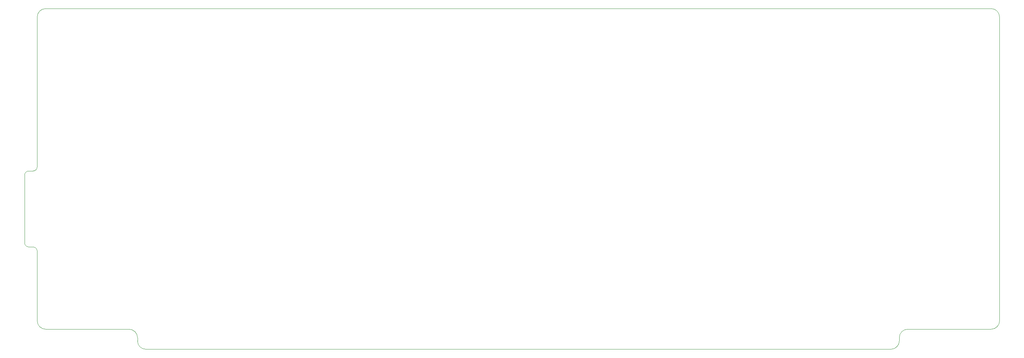
<source format=gm1>
G04 #@! TF.GenerationSoftware,KiCad,Pcbnew,7.0.11-7.0.11~ubuntu22.04.1*
G04 #@! TF.CreationDate,2024-06-29T22:10:39+02:00*
G04 #@! TF.ProjectId,vorona-pcb,766f726f-6e61-42d7-9063-622e6b696361,rev?*
G04 #@! TF.SameCoordinates,Original*
G04 #@! TF.FileFunction,Profile,NP*
%FSLAX46Y46*%
G04 Gerber Fmt 4.6, Leading zero omitted, Abs format (unit mm)*
G04 Created by KiCad (PCBNEW 7.0.11-7.0.11~ubuntu22.04.1) date 2024-06-29 22:10:39*
%MOMM*%
%LPD*%
G01*
G04 APERTURE LIST*
G04 #@! TA.AperFunction,Profile*
%ADD10C,0.100000*%
G04 #@! TD*
G04 APERTURE END LIST*
D10*
X27000000Y-25000000D02*
X251600000Y-25000000D01*
X22000000Y-64600000D02*
X22000000Y-65600000D01*
X24000000Y-63600000D02*
X23000000Y-63600000D01*
X251600000Y-101200000D02*
X231787500Y-101200000D01*
X23000000Y-63600000D02*
G75*
G03*
X22000000Y-64600000I0J-1000000D01*
G01*
X25000000Y-99200000D02*
X25000000Y-82650000D01*
X24000000Y-81650000D02*
X23000000Y-81650000D01*
X25000000Y-99200000D02*
G75*
G03*
X27000000Y-101200000I2000000J0D01*
G01*
X48812500Y-103962500D02*
X48812500Y-103200000D01*
X24000000Y-63600000D02*
G75*
G03*
X25000000Y-62600000I0J1000000D01*
G01*
X253600000Y-27000000D02*
G75*
G03*
X251600000Y-25000000I-2000000J0D01*
G01*
X22000000Y-65600000D02*
X22000000Y-79650000D01*
X227787500Y-105962500D02*
G75*
G03*
X229787500Y-103962500I0J2000000D01*
G01*
X27000000Y-25000000D02*
G75*
G03*
X25000000Y-27000000I0J-2000000D01*
G01*
X227787500Y-105962500D02*
X50812500Y-105962500D01*
X48812500Y-103200000D02*
G75*
G03*
X46812500Y-101200000I-2000000J0D01*
G01*
X46812500Y-101200000D02*
X27000000Y-101200000D01*
X253600000Y-27000000D02*
X253600000Y-99200000D01*
X48812500Y-103962500D02*
G75*
G03*
X50812500Y-105962500I2000000J0D01*
G01*
X25000000Y-27000000D02*
X25000000Y-62600000D01*
X251600000Y-101200000D02*
G75*
G03*
X253600000Y-99200000I0J2000000D01*
G01*
X231787500Y-101200000D02*
G75*
G03*
X229787500Y-103200000I0J-2000000D01*
G01*
X25000000Y-82650000D02*
G75*
G03*
X24000000Y-81650000I-1000000J0D01*
G01*
X22000000Y-80650000D02*
G75*
G03*
X23000000Y-81650000I1000000J0D01*
G01*
X22000000Y-80650000D02*
X22000000Y-79650000D01*
X229787500Y-103200000D02*
X229787500Y-103962500D01*
M02*

</source>
